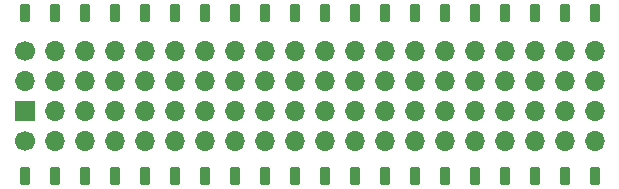
<source format=gbr>
%TF.GenerationSoftware,KiCad,Pcbnew,7.0.9-7.0.9~ubuntu22.04.1*%
%TF.CreationDate,2023-12-26T08:58:09-08:00*%
%TF.ProjectId,devel_adapter,64657665-6c5f-4616-9461-707465722e6b,rev?*%
%TF.SameCoordinates,Original*%
%TF.FileFunction,Soldermask,Top*%
%TF.FilePolarity,Negative*%
%FSLAX46Y46*%
G04 Gerber Fmt 4.6, Leading zero omitted, Abs format (unit mm)*
G04 Created by KiCad (PCBNEW 7.0.9-7.0.9~ubuntu22.04.1) date 2023-12-26 08:58:09*
%MOMM*%
%LPD*%
G01*
G04 APERTURE LIST*
G04 Aperture macros list*
%AMRoundRect*
0 Rectangle with rounded corners*
0 $1 Rounding radius*
0 $2 $3 $4 $5 $6 $7 $8 $9 X,Y pos of 4 corners*
0 Add a 4 corners polygon primitive as box body*
4,1,4,$2,$3,$4,$5,$6,$7,$8,$9,$2,$3,0*
0 Add four circle primitives for the rounded corners*
1,1,$1+$1,$2,$3*
1,1,$1+$1,$4,$5*
1,1,$1+$1,$6,$7*
1,1,$1+$1,$8,$9*
0 Add four rect primitives between the rounded corners*
20,1,$1+$1,$2,$3,$4,$5,0*
20,1,$1+$1,$4,$5,$6,$7,0*
20,1,$1+$1,$6,$7,$8,$9,0*
20,1,$1+$1,$8,$9,$2,$3,0*%
G04 Aperture macros list end*
%ADD10R,1.700000X1.700000*%
%ADD11O,1.700000X1.700000*%
%ADD12C,1.700000*%
%ADD13C,0.800000*%
%ADD14RoundRect,0.225000X0.225000X-0.525000X0.225000X0.525000X-0.225000X0.525000X-0.225000X-0.525000X0*%
G04 APERTURE END LIST*
D10*
%TO.C,J1*%
X125095000Y-96635000D03*
D11*
X125095000Y-94095000D03*
X127635000Y-96635000D03*
X127635000Y-94095000D03*
X130175000Y-96635000D03*
X130175000Y-94095000D03*
X132715000Y-96635000D03*
X132715000Y-94095000D03*
X135255000Y-96635000D03*
X135255000Y-94095000D03*
X137795000Y-96635000D03*
X137795000Y-94095000D03*
X140335000Y-96635000D03*
X140335000Y-94095000D03*
X142875000Y-96635000D03*
X142875000Y-94095000D03*
X145415000Y-96635000D03*
X145415000Y-94095000D03*
X147955000Y-96635000D03*
X147955000Y-94095000D03*
X150495000Y-96635000D03*
X150495000Y-94095000D03*
X153035000Y-96635000D03*
X153035000Y-94095000D03*
X155575000Y-96635000D03*
X155575000Y-94095000D03*
X158115000Y-96635000D03*
X158115000Y-94095000D03*
X160655000Y-96635000D03*
X160655000Y-94095000D03*
X163195000Y-96635000D03*
X163195000Y-94095000D03*
X165735000Y-96635000D03*
X165735000Y-94095000D03*
X168275000Y-96635000D03*
X168275000Y-94095000D03*
X170815000Y-96635000D03*
X170815000Y-94095000D03*
X173355000Y-96635000D03*
X173355000Y-94095000D03*
%TD*%
%TO.C,J3*%
X173355000Y-99175000D03*
X170815000Y-99175000D03*
X168275000Y-99175000D03*
X165735000Y-99175000D03*
X163195000Y-99175000D03*
X160655000Y-99175000D03*
X158115000Y-99175000D03*
X155575000Y-99175000D03*
X153035000Y-99175000D03*
X150495000Y-99175000D03*
X147955000Y-99175000D03*
X145415000Y-99175000D03*
X142875000Y-99175000D03*
X140335000Y-99175000D03*
X137795000Y-99175000D03*
X135255000Y-99175000D03*
X132715000Y-99175000D03*
X130175000Y-99175000D03*
X127635000Y-99175000D03*
D12*
X125095000Y-99175000D03*
%TD*%
%TO.C,J2*%
X125095000Y-91555000D03*
D11*
X127635000Y-91555000D03*
X130175000Y-91555000D03*
X132715000Y-91555000D03*
X135255000Y-91555000D03*
X137795000Y-91555000D03*
X140335000Y-91555000D03*
X142875000Y-91555000D03*
X145415000Y-91555000D03*
X147955000Y-91555000D03*
X150495000Y-91555000D03*
X153035000Y-91555000D03*
X155575000Y-91555000D03*
X158115000Y-91555000D03*
X160655000Y-91555000D03*
X163195000Y-91555000D03*
X165735000Y-91555000D03*
X168275000Y-91555000D03*
X170815000Y-91555000D03*
X173355000Y-91555000D03*
%TD*%
D13*
%TO.C,SOCKET1*%
X125095000Y-102120000D03*
D14*
X125095000Y-102120000D03*
D13*
X127635000Y-102120000D03*
D14*
X127635000Y-102120000D03*
D13*
X130175000Y-102120000D03*
D14*
X130175000Y-102120000D03*
D13*
X132715000Y-102120000D03*
D14*
X132715000Y-102120000D03*
D13*
X135255000Y-102120000D03*
D14*
X135255000Y-102120000D03*
D13*
X137795000Y-102120000D03*
D14*
X137795000Y-102120000D03*
D13*
X140335000Y-102120000D03*
D14*
X140335000Y-102120000D03*
D13*
X142875000Y-102120000D03*
D14*
X142875000Y-102120000D03*
D13*
X145415000Y-102120000D03*
D14*
X145415000Y-102120000D03*
D13*
X147955000Y-102120000D03*
D14*
X147955000Y-102120000D03*
D13*
X150495000Y-102120000D03*
D14*
X150495000Y-102120000D03*
D13*
X153035000Y-102120000D03*
D14*
X153035000Y-102120000D03*
D13*
X155575000Y-102120000D03*
D14*
X155575000Y-102120000D03*
D13*
X158115000Y-102120000D03*
D14*
X158115000Y-102120000D03*
D13*
X160655000Y-102120000D03*
D14*
X160655000Y-102120000D03*
D13*
X163195000Y-102120000D03*
D14*
X163195000Y-102120000D03*
D13*
X165735000Y-102120000D03*
D14*
X165735000Y-102120000D03*
D13*
X168275000Y-102120000D03*
D14*
X168275000Y-102120000D03*
D13*
X170815000Y-102120000D03*
D14*
X170815000Y-102120000D03*
D13*
X173355000Y-102120000D03*
D14*
X173355000Y-102120000D03*
D13*
X173355000Y-88380000D03*
D14*
X173355000Y-88380000D03*
D13*
X170815000Y-88380000D03*
D14*
X170815000Y-88380000D03*
D13*
X168275000Y-88380000D03*
D14*
X168275000Y-88380000D03*
D13*
X165735000Y-88380000D03*
D14*
X165735000Y-88380000D03*
D13*
X163195000Y-88380000D03*
D14*
X163195000Y-88380000D03*
D13*
X160655000Y-88380000D03*
D14*
X160655000Y-88380000D03*
D13*
X158115000Y-88380000D03*
D14*
X158115000Y-88380000D03*
D13*
X155575000Y-88380000D03*
D14*
X155575000Y-88380000D03*
D13*
X153035000Y-88380000D03*
D14*
X153035000Y-88380000D03*
D13*
X150495000Y-88380000D03*
D14*
X150495000Y-88380000D03*
D13*
X147955000Y-88380000D03*
D14*
X147955000Y-88380000D03*
D13*
X145415000Y-88380000D03*
D14*
X145415000Y-88380000D03*
D13*
X142875000Y-88380000D03*
D14*
X142875000Y-88380000D03*
D13*
X140335000Y-88380000D03*
D14*
X140335000Y-88380000D03*
D13*
X137795000Y-88380000D03*
D14*
X137795000Y-88380000D03*
D13*
X135255000Y-88380000D03*
D14*
X135255000Y-88380000D03*
D13*
X132715000Y-88380000D03*
D14*
X132715000Y-88380000D03*
D13*
X130175000Y-88380000D03*
D14*
X130175000Y-88380000D03*
D13*
X127635000Y-88380000D03*
D14*
X127635000Y-88380000D03*
D13*
X125095000Y-88380000D03*
D14*
X125095000Y-88380000D03*
%TD*%
M02*

</source>
